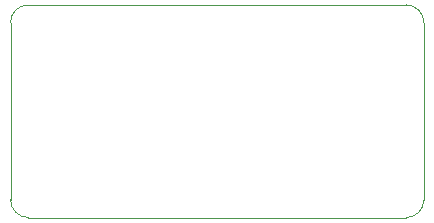
<source format=gbr>
G04*
G04 #@! TF.GenerationSoftware,Altium Limited,Altium Designer,23.1.1 (15)*
G04*
G04 Layer_Color=0*
%FSLAX25Y25*%
%MOIN*%
G70*
G04*
G04 #@! TF.SameCoordinates,1495F0C7-D67D-4403-963C-54D1E027F531*
G04*
G04*
G04 #@! TF.FilePolarity,Positive*
G04*
G01*
G75*
%ADD67C,0.00100*%
D67*
X373500Y298905D02*
Y357961D01*
D02*
G02*
X379405Y363866I5906J0D01*
G01*
X505390D01*
D02*
G02*
X511295Y357961I0J-5906D01*
G01*
Y298905D01*
D02*
G02*
X505390Y293000I-5906J0D01*
G01*
X379405D01*
D02*
G02*
X373500Y298905I0J5906D01*
G01*
M02*

</source>
